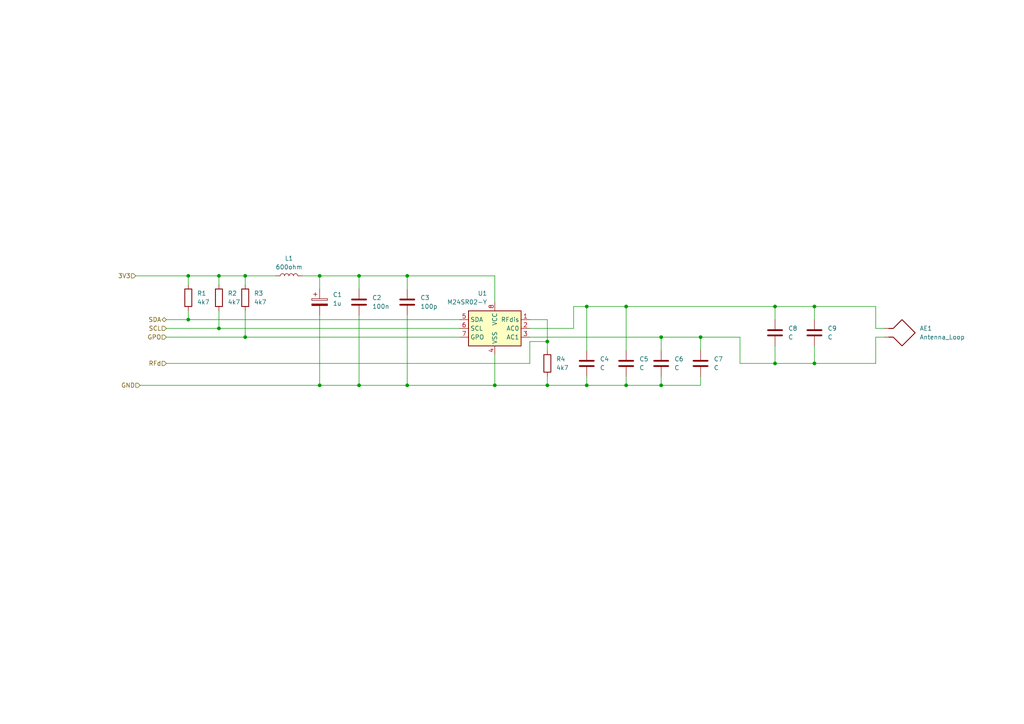
<source format=kicad_sch>
(kicad_sch
	(version 20231120)
	(generator "eeschema")
	(generator_version "8.0")
	(uuid "3855757a-c916-4c36-bab1-55b739e3e51d")
	(paper "A4")
	(lib_symbols
		(symbol "Device:Antenna_Loop"
			(pin_numbers hide)
			(pin_names
				(offset 1.016) hide)
			(exclude_from_sim no)
			(in_bom yes)
			(on_board yes)
			(property "Reference" "AE"
				(at 1.27 6.35 0)
				(effects
					(font
						(size 1.27 1.27)
					)
				)
			)
			(property "Value" "Antenna_Loop"
				(at 1.27 5.08 0)
				(effects
					(font
						(size 1.27 1.27)
					)
				)
			)
			(property "Footprint" ""
				(at 0 0 0)
				(effects
					(font
						(size 1.27 1.27)
					)
					(hide yes)
				)
			)
			(property "Datasheet" "~"
				(at 0 0 0)
				(effects
					(font
						(size 1.27 1.27)
					)
					(hide yes)
				)
			)
			(property "Description" "Loop antenna"
				(at 0 0 0)
				(effects
					(font
						(size 1.27 1.27)
					)
					(hide yes)
				)
			)
			(property "ki_keywords" "loop antenna"
				(at 0 0 0)
				(effects
					(font
						(size 1.27 1.27)
					)
					(hide yes)
				)
			)
			(symbol "Antenna_Loop_0_1"
				(polyline
					(pts
						(xy 2.54 -3.81) (xy 2.54 -2.54) (xy 5.08 0) (xy 1.27 3.81) (xy -2.54 0) (xy 0 -2.54) (xy 0 -3.81)
					)
					(stroke
						(width 0.254)
						(type default)
					)
					(fill
						(type none)
					)
				)
			)
			(symbol "Antenna_Loop_1_1"
				(pin input line
					(at 0 -5.08 90)
					(length 2.54)
					(name "~"
						(effects
							(font
								(size 1.27 1.27)
							)
						)
					)
					(number "1"
						(effects
							(font
								(size 1.27 1.27)
							)
						)
					)
				)
				(pin input line
					(at 2.54 -5.08 90)
					(length 2.54)
					(name "~"
						(effects
							(font
								(size 1.27 1.27)
							)
						)
					)
					(number "2"
						(effects
							(font
								(size 1.27 1.27)
							)
						)
					)
				)
			)
		)
		(symbol "Device:C"
			(pin_numbers hide)
			(pin_names
				(offset 0.254)
			)
			(exclude_from_sim no)
			(in_bom yes)
			(on_board yes)
			(property "Reference" "C"
				(at 0.635 2.54 0)
				(effects
					(font
						(size 1.27 1.27)
					)
					(justify left)
				)
			)
			(property "Value" "C"
				(at 0.635 -2.54 0)
				(effects
					(font
						(size 1.27 1.27)
					)
					(justify left)
				)
			)
			(property "Footprint" ""
				(at 0.9652 -3.81 0)
				(effects
					(font
						(size 1.27 1.27)
					)
					(hide yes)
				)
			)
			(property "Datasheet" "~"
				(at 0 0 0)
				(effects
					(font
						(size 1.27 1.27)
					)
					(hide yes)
				)
			)
			(property "Description" "Unpolarized capacitor"
				(at 0 0 0)
				(effects
					(font
						(size 1.27 1.27)
					)
					(hide yes)
				)
			)
			(property "ki_keywords" "cap capacitor"
				(at 0 0 0)
				(effects
					(font
						(size 1.27 1.27)
					)
					(hide yes)
				)
			)
			(property "ki_fp_filters" "C_*"
				(at 0 0 0)
				(effects
					(font
						(size 1.27 1.27)
					)
					(hide yes)
				)
			)
			(symbol "C_0_1"
				(polyline
					(pts
						(xy -2.032 -0.762) (xy 2.032 -0.762)
					)
					(stroke
						(width 0.508)
						(type default)
					)
					(fill
						(type none)
					)
				)
				(polyline
					(pts
						(xy -2.032 0.762) (xy 2.032 0.762)
					)
					(stroke
						(width 0.508)
						(type default)
					)
					(fill
						(type none)
					)
				)
			)
			(symbol "C_1_1"
				(pin passive line
					(at 0 3.81 270)
					(length 2.794)
					(name "~"
						(effects
							(font
								(size 1.27 1.27)
							)
						)
					)
					(number "1"
						(effects
							(font
								(size 1.27 1.27)
							)
						)
					)
				)
				(pin passive line
					(at 0 -3.81 90)
					(length 2.794)
					(name "~"
						(effects
							(font
								(size 1.27 1.27)
							)
						)
					)
					(number "2"
						(effects
							(font
								(size 1.27 1.27)
							)
						)
					)
				)
			)
		)
		(symbol "Device:C_Polarized"
			(pin_numbers hide)
			(pin_names
				(offset 0.254)
			)
			(exclude_from_sim no)
			(in_bom yes)
			(on_board yes)
			(property "Reference" "C"
				(at 0.635 2.54 0)
				(effects
					(font
						(size 1.27 1.27)
					)
					(justify left)
				)
			)
			(property "Value" "C_Polarized"
				(at 0.635 -2.54 0)
				(effects
					(font
						(size 1.27 1.27)
					)
					(justify left)
				)
			)
			(property "Footprint" ""
				(at 0.9652 -3.81 0)
				(effects
					(font
						(size 1.27 1.27)
					)
					(hide yes)
				)
			)
			(property "Datasheet" "~"
				(at 0 0 0)
				(effects
					(font
						(size 1.27 1.27)
					)
					(hide yes)
				)
			)
			(property "Description" "Polarized capacitor"
				(at 0 0 0)
				(effects
					(font
						(size 1.27 1.27)
					)
					(hide yes)
				)
			)
			(property "ki_keywords" "cap capacitor"
				(at 0 0 0)
				(effects
					(font
						(size 1.27 1.27)
					)
					(hide yes)
				)
			)
			(property "ki_fp_filters" "CP_*"
				(at 0 0 0)
				(effects
					(font
						(size 1.27 1.27)
					)
					(hide yes)
				)
			)
			(symbol "C_Polarized_0_1"
				(rectangle
					(start -2.286 0.508)
					(end 2.286 1.016)
					(stroke
						(width 0)
						(type default)
					)
					(fill
						(type none)
					)
				)
				(polyline
					(pts
						(xy -1.778 2.286) (xy -0.762 2.286)
					)
					(stroke
						(width 0)
						(type default)
					)
					(fill
						(type none)
					)
				)
				(polyline
					(pts
						(xy -1.27 2.794) (xy -1.27 1.778)
					)
					(stroke
						(width 0)
						(type default)
					)
					(fill
						(type none)
					)
				)
				(rectangle
					(start 2.286 -0.508)
					(end -2.286 -1.016)
					(stroke
						(width 0)
						(type default)
					)
					(fill
						(type outline)
					)
				)
			)
			(symbol "C_Polarized_1_1"
				(pin passive line
					(at 0 3.81 270)
					(length 2.794)
					(name "~"
						(effects
							(font
								(size 1.27 1.27)
							)
						)
					)
					(number "1"
						(effects
							(font
								(size 1.27 1.27)
							)
						)
					)
				)
				(pin passive line
					(at 0 -3.81 90)
					(length 2.794)
					(name "~"
						(effects
							(font
								(size 1.27 1.27)
							)
						)
					)
					(number "2"
						(effects
							(font
								(size 1.27 1.27)
							)
						)
					)
				)
			)
		)
		(symbol "Device:L"
			(pin_numbers hide)
			(pin_names
				(offset 1.016) hide)
			(exclude_from_sim no)
			(in_bom yes)
			(on_board yes)
			(property "Reference" "L"
				(at -1.27 0 90)
				(effects
					(font
						(size 1.27 1.27)
					)
				)
			)
			(property "Value" "L"
				(at 1.905 0 90)
				(effects
					(font
						(size 1.27 1.27)
					)
				)
			)
			(property "Footprint" ""
				(at 0 0 0)
				(effects
					(font
						(size 1.27 1.27)
					)
					(hide yes)
				)
			)
			(property "Datasheet" "~"
				(at 0 0 0)
				(effects
					(font
						(size 1.27 1.27)
					)
					(hide yes)
				)
			)
			(property "Description" "Inductor"
				(at 0 0 0)
				(effects
					(font
						(size 1.27 1.27)
					)
					(hide yes)
				)
			)
			(property "ki_keywords" "inductor choke coil reactor magnetic"
				(at 0 0 0)
				(effects
					(font
						(size 1.27 1.27)
					)
					(hide yes)
				)
			)
			(property "ki_fp_filters" "Choke_* *Coil* Inductor_* L_*"
				(at 0 0 0)
				(effects
					(font
						(size 1.27 1.27)
					)
					(hide yes)
				)
			)
			(symbol "L_0_1"
				(arc
					(start 0 -2.54)
					(mid 0.6323 -1.905)
					(end 0 -1.27)
					(stroke
						(width 0)
						(type default)
					)
					(fill
						(type none)
					)
				)
				(arc
					(start 0 -1.27)
					(mid 0.6323 -0.635)
					(end 0 0)
					(stroke
						(width 0)
						(type default)
					)
					(fill
						(type none)
					)
				)
				(arc
					(start 0 0)
					(mid 0.6323 0.635)
					(end 0 1.27)
					(stroke
						(width 0)
						(type default)
					)
					(fill
						(type none)
					)
				)
				(arc
					(start 0 1.27)
					(mid 0.6323 1.905)
					(end 0 2.54)
					(stroke
						(width 0)
						(type default)
					)
					(fill
						(type none)
					)
				)
			)
			(symbol "L_1_1"
				(pin passive line
					(at 0 3.81 270)
					(length 1.27)
					(name "1"
						(effects
							(font
								(size 1.27 1.27)
							)
						)
					)
					(number "1"
						(effects
							(font
								(size 1.27 1.27)
							)
						)
					)
				)
				(pin passive line
					(at 0 -3.81 90)
					(length 1.27)
					(name "2"
						(effects
							(font
								(size 1.27 1.27)
							)
						)
					)
					(number "2"
						(effects
							(font
								(size 1.27 1.27)
							)
						)
					)
				)
			)
		)
		(symbol "Device:R"
			(pin_numbers hide)
			(pin_names
				(offset 0)
			)
			(exclude_from_sim no)
			(in_bom yes)
			(on_board yes)
			(property "Reference" "R"
				(at 2.032 0 90)
				(effects
					(font
						(size 1.27 1.27)
					)
				)
			)
			(property "Value" "R"
				(at 0 0 90)
				(effects
					(font
						(size 1.27 1.27)
					)
				)
			)
			(property "Footprint" ""
				(at -1.778 0 90)
				(effects
					(font
						(size 1.27 1.27)
					)
					(hide yes)
				)
			)
			(property "Datasheet" "~"
				(at 0 0 0)
				(effects
					(font
						(size 1.27 1.27)
					)
					(hide yes)
				)
			)
			(property "Description" "Resistor"
				(at 0 0 0)
				(effects
					(font
						(size 1.27 1.27)
					)
					(hide yes)
				)
			)
			(property "ki_keywords" "R res resistor"
				(at 0 0 0)
				(effects
					(font
						(size 1.27 1.27)
					)
					(hide yes)
				)
			)
			(property "ki_fp_filters" "R_*"
				(at 0 0 0)
				(effects
					(font
						(size 1.27 1.27)
					)
					(hide yes)
				)
			)
			(symbol "R_0_1"
				(rectangle
					(start -1.016 -2.54)
					(end 1.016 2.54)
					(stroke
						(width 0.254)
						(type default)
					)
					(fill
						(type none)
					)
				)
			)
			(symbol "R_1_1"
				(pin passive line
					(at 0 3.81 270)
					(length 1.27)
					(name "~"
						(effects
							(font
								(size 1.27 1.27)
							)
						)
					)
					(number "1"
						(effects
							(font
								(size 1.27 1.27)
							)
						)
					)
				)
				(pin passive line
					(at 0 -3.81 90)
					(length 1.27)
					(name "~"
						(effects
							(font
								(size 1.27 1.27)
							)
						)
					)
					(number "2"
						(effects
							(font
								(size 1.27 1.27)
							)
						)
					)
				)
			)
		)
		(symbol "M24SR:M24SR02-Y"
			(exclude_from_sim no)
			(in_bom yes)
			(on_board yes)
			(property "Reference" "U"
				(at -6.35 6.35 0)
				(effects
					(font
						(size 1.27 1.27)
					)
				)
			)
			(property "Value" "M24SR02-Y"
				(at 7.62 6.35 0)
				(effects
					(font
						(size 1.27 1.27)
					)
				)
			)
			(property "Footprint" "Package_SO:SOIC-8_3.9x4.9mm_P1.27mm"
				(at 0 8.89 0)
				(effects
					(font
						(size 1.27 1.27)
					)
					(hide yes)
				)
			)
			(property "Datasheet" "https://www.st.com/resource/en/datasheet/m24sr02-y.pdf"
				(at 1.27 -12.7 0)
				(effects
					(font
						(size 1.27 1.27)
					)
					(hide yes)
				)
			)
			(property "Description" "Dynamic NFC/RFID tag IC with 2-Kbit EEPROM, NFC Forum Type 4 Tag and I2C interface"
				(at 0 0 0)
				(effects
					(font
						(size 1.27 1.27)
					)
					(hide yes)
				)
			)
			(property "ki_keywords" "Dynamic NFC/RFID"
				(at 0 0 0)
				(effects
					(font
						(size 1.27 1.27)
					)
					(hide yes)
				)
			)
			(property "ki_fp_filters" "SOIC*3.9x4.9mm*P1.27mm*"
				(at 0 0 0)
				(effects
					(font
						(size 1.27 1.27)
					)
					(hide yes)
				)
			)
			(symbol "M24SR02-Y_0_1"
				(rectangle
					(start -7.62 5.08)
					(end 7.62 -5.08)
					(stroke
						(width 0.254)
						(type default)
					)
					(fill
						(type background)
					)
				)
			)
			(symbol "M24SR02-Y_1_1"
				(pin input line
					(at -10.16 2.54 0)
					(length 2.54)
					(name "RFdis"
						(effects
							(font
								(size 1.27 1.27)
							)
						)
					)
					(number "1"
						(effects
							(font
								(size 1.27 1.27)
							)
						)
					)
				)
				(pin input line
					(at -10.16 0 0)
					(length 2.54)
					(name "AC0"
						(effects
							(font
								(size 1.27 1.27)
							)
						)
					)
					(number "2"
						(effects
							(font
								(size 1.27 1.27)
							)
						)
					)
				)
				(pin input line
					(at -10.16 -2.54 0)
					(length 2.54)
					(name "AC1"
						(effects
							(font
								(size 1.27 1.27)
							)
						)
					)
					(number "3"
						(effects
							(font
								(size 1.27 1.27)
							)
						)
					)
				)
				(pin power_in line
					(at 0 -7.62 90)
					(length 2.54)
					(name "VSS"
						(effects
							(font
								(size 1.27 1.27)
							)
						)
					)
					(number "4"
						(effects
							(font
								(size 1.27 1.27)
							)
						)
					)
				)
				(pin bidirectional line
					(at 10.16 2.54 180)
					(length 2.54)
					(name "SDA"
						(effects
							(font
								(size 1.27 1.27)
							)
						)
					)
					(number "5"
						(effects
							(font
								(size 1.27 1.27)
							)
						)
					)
				)
				(pin input line
					(at 10.16 0 180)
					(length 2.54)
					(name "SCL"
						(effects
							(font
								(size 1.27 1.27)
							)
						)
					)
					(number "6"
						(effects
							(font
								(size 1.27 1.27)
							)
						)
					)
				)
				(pin input line
					(at 10.16 -2.54 180)
					(length 2.54)
					(name "GPO"
						(effects
							(font
								(size 1.27 1.27)
							)
						)
					)
					(number "7"
						(effects
							(font
								(size 1.27 1.27)
							)
						)
					)
				)
				(pin power_in line
					(at 0 7.62 270)
					(length 2.54)
					(name "VCC"
						(effects
							(font
								(size 1.27 1.27)
							)
						)
					)
					(number "8"
						(effects
							(font
								(size 1.27 1.27)
							)
						)
					)
				)
			)
		)
	)
	(junction
		(at 158.75 111.76)
		(diameter 0)
		(color 0 0 0 0)
		(uuid "1ce3c4b8-b8b7-45b3-be2c-62b817fa04f1")
	)
	(junction
		(at 104.14 111.76)
		(diameter 0)
		(color 0 0 0 0)
		(uuid "1ffc14dc-8564-4678-938b-bd7292ecc030")
	)
	(junction
		(at 54.61 92.71)
		(diameter 0)
		(color 0 0 0 0)
		(uuid "24a3dae4-3567-496b-a673-901f0722af9a")
	)
	(junction
		(at 63.5 95.25)
		(diameter 0)
		(color 0 0 0 0)
		(uuid "2b3d3f95-1ff1-4786-8ab0-0776b56e7283")
	)
	(junction
		(at 224.79 88.9)
		(diameter 0)
		(color 0 0 0 0)
		(uuid "2bb39cd7-a96a-4c2a-8a42-702f55aa2a97")
	)
	(junction
		(at 143.51 111.76)
		(diameter 0)
		(color 0 0 0 0)
		(uuid "6950eb0c-2716-4bbe-9efb-2cfb1644dc73")
	)
	(junction
		(at 118.11 80.01)
		(diameter 0)
		(color 0 0 0 0)
		(uuid "756ca52a-591f-4a02-a9c6-43936ea9924c")
	)
	(junction
		(at 170.18 111.76)
		(diameter 0)
		(color 0 0 0 0)
		(uuid "76a3f1ad-4bb8-4dd9-8c76-037de61f5067")
	)
	(junction
		(at 92.71 80.01)
		(diameter 0)
		(color 0 0 0 0)
		(uuid "8405079e-f979-4dee-bca4-032c16b0eee7")
	)
	(junction
		(at 118.11 111.76)
		(diameter 0)
		(color 0 0 0 0)
		(uuid "867a3d8d-897a-4511-8356-5e243ef6340e")
	)
	(junction
		(at 181.61 111.76)
		(diameter 0)
		(color 0 0 0 0)
		(uuid "88f0a68c-a6d9-4e92-b031-37bcdf53aabb")
	)
	(junction
		(at 203.2 97.79)
		(diameter 0)
		(color 0 0 0 0)
		(uuid "9785597b-4fb5-4d37-a565-dda30f4380e0")
	)
	(junction
		(at 104.14 80.01)
		(diameter 0)
		(color 0 0 0 0)
		(uuid "99655441-0e3f-4dbe-b16d-bfabf6b2a422")
	)
	(junction
		(at 71.12 80.01)
		(diameter 0)
		(color 0 0 0 0)
		(uuid "99c28faf-4c52-4404-8ffb-84ed63807c57")
	)
	(junction
		(at 170.18 88.9)
		(diameter 0)
		(color 0 0 0 0)
		(uuid "9b429da8-abea-48b9-ba61-6216c92de8ee")
	)
	(junction
		(at 158.75 99.06)
		(diameter 0)
		(color 0 0 0 0)
		(uuid "9f296799-c30e-495f-b288-834503e0c500")
	)
	(junction
		(at 191.77 111.76)
		(diameter 0)
		(color 0 0 0 0)
		(uuid "b7e83665-5d81-4198-904c-3ee55cd34ec0")
	)
	(junction
		(at 191.77 97.79)
		(diameter 0)
		(color 0 0 0 0)
		(uuid "baecdd14-6e4a-4a78-9abe-0462e6cc3380")
	)
	(junction
		(at 54.61 80.01)
		(diameter 0)
		(color 0 0 0 0)
		(uuid "c3e713cd-9b81-4926-9642-c04b80b247b6")
	)
	(junction
		(at 92.71 111.76)
		(diameter 0)
		(color 0 0 0 0)
		(uuid "d8320400-3e1c-400d-9d77-937e50e7e9b7")
	)
	(junction
		(at 236.22 105.41)
		(diameter 0)
		(color 0 0 0 0)
		(uuid "dc4114b3-33aa-4e17-92d3-2adfad95c8a8")
	)
	(junction
		(at 63.5 80.01)
		(diameter 0)
		(color 0 0 0 0)
		(uuid "e62e9f13-c947-410f-87a2-da796b52cb56")
	)
	(junction
		(at 224.79 105.41)
		(diameter 0)
		(color 0 0 0 0)
		(uuid "e70139c3-cce1-472a-bdc9-96ce38c83f97")
	)
	(junction
		(at 71.12 97.79)
		(diameter 0)
		(color 0 0 0 0)
		(uuid "eb97fb8f-c75e-42b1-a9dc-5264a0b25e94")
	)
	(junction
		(at 236.22 88.9)
		(diameter 0)
		(color 0 0 0 0)
		(uuid "f8c61fb7-b538-4f1d-b5c2-69b468531549")
	)
	(junction
		(at 181.61 88.9)
		(diameter 0)
		(color 0 0 0 0)
		(uuid "f9c41427-0242-4b59-984c-9fc3d2fd472a")
	)
	(wire
		(pts
			(xy 191.77 111.76) (xy 191.77 109.22)
		)
		(stroke
			(width 0)
			(type default)
		)
		(uuid "09aa9805-0ed3-46ba-9be5-c8468a90c4fd")
	)
	(wire
		(pts
			(xy 143.51 111.76) (xy 143.51 102.87)
		)
		(stroke
			(width 0)
			(type default)
		)
		(uuid "09b5a53e-5ede-413f-b090-abb4eba3b60c")
	)
	(wire
		(pts
			(xy 54.61 80.01) (xy 54.61 82.55)
		)
		(stroke
			(width 0)
			(type default)
		)
		(uuid "09c5aa5f-f97f-4a59-a45b-094557d5f9bb")
	)
	(wire
		(pts
			(xy 236.22 100.33) (xy 236.22 105.41)
		)
		(stroke
			(width 0)
			(type default)
		)
		(uuid "0fc49d46-0a94-49a9-8406-ccc850237110")
	)
	(wire
		(pts
			(xy 63.5 80.01) (xy 63.5 82.55)
		)
		(stroke
			(width 0)
			(type default)
		)
		(uuid "16661476-7472-46e7-b080-6e874048da6c")
	)
	(wire
		(pts
			(xy 254 95.25) (xy 254 88.9)
		)
		(stroke
			(width 0)
			(type default)
		)
		(uuid "18aa27cd-92c4-4636-9163-039143bab720")
	)
	(wire
		(pts
			(xy 153.67 97.79) (xy 191.77 97.79)
		)
		(stroke
			(width 0)
			(type default)
		)
		(uuid "229743a6-327b-48f9-9d9b-c840fa45d822")
	)
	(wire
		(pts
			(xy 214.63 97.79) (xy 214.63 105.41)
		)
		(stroke
			(width 0)
			(type default)
		)
		(uuid "28be196a-5182-4818-8b3a-0f5d7d11adc0")
	)
	(wire
		(pts
			(xy 191.77 97.79) (xy 203.2 97.79)
		)
		(stroke
			(width 0)
			(type default)
		)
		(uuid "2a5aede7-37d7-43e7-baed-f1f1c7681111")
	)
	(wire
		(pts
			(xy 181.61 88.9) (xy 170.18 88.9)
		)
		(stroke
			(width 0)
			(type default)
		)
		(uuid "2c79c11b-f250-401a-94f8-8dd823f761eb")
	)
	(wire
		(pts
			(xy 158.75 109.22) (xy 158.75 111.76)
		)
		(stroke
			(width 0)
			(type default)
		)
		(uuid "2dfa1f25-7f4f-4b13-96be-e8470c5bcedc")
	)
	(wire
		(pts
			(xy 71.12 90.17) (xy 71.12 97.79)
		)
		(stroke
			(width 0)
			(type default)
		)
		(uuid "317f9339-2961-426e-821f-a169f14746ad")
	)
	(wire
		(pts
			(xy 118.11 80.01) (xy 143.51 80.01)
		)
		(stroke
			(width 0)
			(type default)
		)
		(uuid "3337a4c4-eb1d-4eb7-a46f-0468b7424287")
	)
	(wire
		(pts
			(xy 214.63 105.41) (xy 224.79 105.41)
		)
		(stroke
			(width 0)
			(type default)
		)
		(uuid "37906644-2570-43b7-ac6f-03ae305bac5b")
	)
	(wire
		(pts
			(xy 166.37 88.9) (xy 170.18 88.9)
		)
		(stroke
			(width 0)
			(type default)
		)
		(uuid "3be40c59-a8ad-4e3f-aabf-28cf7ede0ad1")
	)
	(wire
		(pts
			(xy 118.11 80.01) (xy 118.11 83.82)
		)
		(stroke
			(width 0)
			(type default)
		)
		(uuid "3fa07639-79db-480d-b7eb-4275594a6fc2")
	)
	(wire
		(pts
			(xy 143.51 111.76) (xy 158.75 111.76)
		)
		(stroke
			(width 0)
			(type default)
		)
		(uuid "4833fc1c-058c-4781-9f58-9ed52bbcdafc")
	)
	(wire
		(pts
			(xy 158.75 99.06) (xy 158.75 101.6)
		)
		(stroke
			(width 0)
			(type default)
		)
		(uuid "4b30a4d1-2a1e-4668-b835-e4b81afcaefe")
	)
	(wire
		(pts
			(xy 181.61 111.76) (xy 181.61 109.22)
		)
		(stroke
			(width 0)
			(type default)
		)
		(uuid "515a03e4-0c52-4d26-8d37-5fc810139ccd")
	)
	(wire
		(pts
			(xy 203.2 111.76) (xy 203.2 109.22)
		)
		(stroke
			(width 0)
			(type default)
		)
		(uuid "52faf9a8-40dd-4bb4-88b6-bef03c3787b4")
	)
	(wire
		(pts
			(xy 203.2 97.79) (xy 214.63 97.79)
		)
		(stroke
			(width 0)
			(type default)
		)
		(uuid "54497e69-a8bd-4093-ac52-5016606ca126")
	)
	(wire
		(pts
			(xy 170.18 109.22) (xy 170.18 111.76)
		)
		(stroke
			(width 0)
			(type default)
		)
		(uuid "55418fbd-687d-467b-af78-564119981a76")
	)
	(wire
		(pts
			(xy 39.37 80.01) (xy 54.61 80.01)
		)
		(stroke
			(width 0)
			(type default)
		)
		(uuid "5ba033f2-bcc4-46b7-9fe0-e13b512ba8de")
	)
	(wire
		(pts
			(xy 236.22 88.9) (xy 236.22 92.71)
		)
		(stroke
			(width 0)
			(type default)
		)
		(uuid "5ba05a9c-504f-4622-b011-7fb5559a9582")
	)
	(wire
		(pts
			(xy 48.26 95.25) (xy 63.5 95.25)
		)
		(stroke
			(width 0)
			(type default)
		)
		(uuid "62822e1f-c433-44f9-b03a-0d1a9cdacb92")
	)
	(wire
		(pts
			(xy 158.75 92.71) (xy 158.75 99.06)
		)
		(stroke
			(width 0)
			(type default)
		)
		(uuid "6bd1f5a9-e6d2-4b25-847a-ccbdad61d039")
	)
	(wire
		(pts
			(xy 104.14 80.01) (xy 118.11 80.01)
		)
		(stroke
			(width 0)
			(type default)
		)
		(uuid "6f47515e-3118-4ca1-84ae-967da077b784")
	)
	(wire
		(pts
			(xy 92.71 91.44) (xy 92.71 111.76)
		)
		(stroke
			(width 0)
			(type default)
		)
		(uuid "74ffca56-3833-4e8d-ada2-a4d2716041b3")
	)
	(wire
		(pts
			(xy 170.18 88.9) (xy 170.18 101.6)
		)
		(stroke
			(width 0)
			(type default)
		)
		(uuid "76b1fc15-064a-4fcf-9e3a-1ebde752cb43")
	)
	(wire
		(pts
			(xy 54.61 92.71) (xy 133.35 92.71)
		)
		(stroke
			(width 0)
			(type default)
		)
		(uuid "779fd672-f5a1-4cf9-af41-7516ccc73bea")
	)
	(wire
		(pts
			(xy 181.61 111.76) (xy 191.77 111.76)
		)
		(stroke
			(width 0)
			(type default)
		)
		(uuid "78566937-7e55-43c0-9cea-5633f31a6170")
	)
	(wire
		(pts
			(xy 191.77 111.76) (xy 203.2 111.76)
		)
		(stroke
			(width 0)
			(type default)
		)
		(uuid "79625669-22f1-446f-9a97-3585cf718f60")
	)
	(wire
		(pts
			(xy 181.61 88.9) (xy 181.61 101.6)
		)
		(stroke
			(width 0)
			(type default)
		)
		(uuid "79a23459-aa6e-4258-96ea-296437599d33")
	)
	(wire
		(pts
			(xy 92.71 111.76) (xy 104.14 111.76)
		)
		(stroke
			(width 0)
			(type default)
		)
		(uuid "7c0099f5-939c-41bb-99f7-9ea969b4836a")
	)
	(wire
		(pts
			(xy 153.67 95.25) (xy 166.37 95.25)
		)
		(stroke
			(width 0)
			(type default)
		)
		(uuid "7cc7fc44-013b-4811-8dfb-7eba28135411")
	)
	(wire
		(pts
			(xy 254 105.41) (xy 254 97.79)
		)
		(stroke
			(width 0)
			(type default)
		)
		(uuid "7d90d7ae-114b-4dc5-ace0-70d5dcbcfb63")
	)
	(wire
		(pts
			(xy 87.63 80.01) (xy 92.71 80.01)
		)
		(stroke
			(width 0)
			(type default)
		)
		(uuid "826e75b1-71db-48c0-bbe9-7073d06f3e4f")
	)
	(wire
		(pts
			(xy 63.5 90.17) (xy 63.5 95.25)
		)
		(stroke
			(width 0)
			(type default)
		)
		(uuid "84bd8faa-f4da-4be4-bc72-ced7026376be")
	)
	(wire
		(pts
			(xy 104.14 80.01) (xy 104.14 83.82)
		)
		(stroke
			(width 0)
			(type default)
		)
		(uuid "88d9f3c4-1523-421c-82d5-32149c0e9aa1")
	)
	(wire
		(pts
			(xy 153.67 105.41) (xy 48.26 105.41)
		)
		(stroke
			(width 0)
			(type default)
		)
		(uuid "8efa2e1c-5bff-4ea5-982d-0783e85baedc")
	)
	(wire
		(pts
			(xy 104.14 111.76) (xy 118.11 111.76)
		)
		(stroke
			(width 0)
			(type default)
		)
		(uuid "8fabffb0-067a-42b8-8e29-2f3eeba0deda")
	)
	(wire
		(pts
			(xy 203.2 97.79) (xy 203.2 101.6)
		)
		(stroke
			(width 0)
			(type default)
		)
		(uuid "92e9f5f7-3f78-448e-b6fb-28750522c5b4")
	)
	(wire
		(pts
			(xy 71.12 82.55) (xy 71.12 80.01)
		)
		(stroke
			(width 0)
			(type default)
		)
		(uuid "9477c4bb-5485-4fa0-87c1-0c4f1282296b")
	)
	(wire
		(pts
			(xy 54.61 90.17) (xy 54.61 92.71)
		)
		(stroke
			(width 0)
			(type default)
		)
		(uuid "9845eaf0-1a0f-4550-bd7b-233dd40abaea")
	)
	(wire
		(pts
			(xy 71.12 97.79) (xy 133.35 97.79)
		)
		(stroke
			(width 0)
			(type default)
		)
		(uuid "9a5b80f5-3fec-4f53-9f4c-8378cddf38af")
	)
	(wire
		(pts
			(xy 63.5 95.25) (xy 133.35 95.25)
		)
		(stroke
			(width 0)
			(type default)
		)
		(uuid "9c50ec68-6009-4f50-8fed-3eaa1817b07f")
	)
	(wire
		(pts
			(xy 224.79 105.41) (xy 236.22 105.41)
		)
		(stroke
			(width 0)
			(type default)
		)
		(uuid "9ed8f6d2-5046-4207-ba3f-c9ec243e5914")
	)
	(wire
		(pts
			(xy 158.75 92.71) (xy 153.67 92.71)
		)
		(stroke
			(width 0)
			(type default)
		)
		(uuid "9fa3065c-1186-419f-825c-9a2b0a42a79b")
	)
	(wire
		(pts
			(xy 63.5 80.01) (xy 71.12 80.01)
		)
		(stroke
			(width 0)
			(type default)
		)
		(uuid "a341d252-5dbd-4d04-97d4-3df8c8050cb9")
	)
	(wire
		(pts
			(xy 54.61 80.01) (xy 63.5 80.01)
		)
		(stroke
			(width 0)
			(type default)
		)
		(uuid "ae81a2b5-10b2-42fb-8517-f811f32a6f2c")
	)
	(wire
		(pts
			(xy 254 97.79) (xy 256.54 97.79)
		)
		(stroke
			(width 0)
			(type default)
		)
		(uuid "b28d23fb-e4cd-48d5-b021-b4a3902700b0")
	)
	(wire
		(pts
			(xy 256.54 95.25) (xy 254 95.25)
		)
		(stroke
			(width 0)
			(type default)
		)
		(uuid "bc24179a-d4b0-4a2c-b24e-7de674aae3eb")
	)
	(wire
		(pts
			(xy 40.64 111.76) (xy 92.71 111.76)
		)
		(stroke
			(width 0)
			(type default)
		)
		(uuid "bf2af33b-1e37-45d4-a057-f08f9a276167")
	)
	(wire
		(pts
			(xy 236.22 105.41) (xy 254 105.41)
		)
		(stroke
			(width 0)
			(type default)
		)
		(uuid "c10a44ef-68d3-44aa-814f-86f7e7457189")
	)
	(wire
		(pts
			(xy 153.67 99.06) (xy 153.67 105.41)
		)
		(stroke
			(width 0)
			(type default)
		)
		(uuid "c565b8ef-f651-4623-90f0-0b6c9e0d1052")
	)
	(wire
		(pts
			(xy 118.11 111.76) (xy 143.51 111.76)
		)
		(stroke
			(width 0)
			(type default)
		)
		(uuid "c6b2065e-81ef-4bb4-b955-ac00933d6be2")
	)
	(wire
		(pts
			(xy 224.79 100.33) (xy 224.79 105.41)
		)
		(stroke
			(width 0)
			(type default)
		)
		(uuid "c747d728-4b30-43a0-88ec-e724cfc37e0c")
	)
	(wire
		(pts
			(xy 224.79 88.9) (xy 224.79 92.71)
		)
		(stroke
			(width 0)
			(type default)
		)
		(uuid "c8d56269-ca2c-4c18-af7e-1b49ffbc39a4")
	)
	(wire
		(pts
			(xy 166.37 95.25) (xy 166.37 88.9)
		)
		(stroke
			(width 0)
			(type default)
		)
		(uuid "cdc8b0af-10d1-44b8-848c-d80fdea14c1e")
	)
	(wire
		(pts
			(xy 118.11 91.44) (xy 118.11 111.76)
		)
		(stroke
			(width 0)
			(type default)
		)
		(uuid "ceb52b1d-0bb8-441d-818d-38a2e35b4108")
	)
	(wire
		(pts
			(xy 48.26 97.79) (xy 71.12 97.79)
		)
		(stroke
			(width 0)
			(type default)
		)
		(uuid "d12adc4c-9ec2-44d7-8aa8-3dc5ad5af3a1")
	)
	(wire
		(pts
			(xy 104.14 91.44) (xy 104.14 111.76)
		)
		(stroke
			(width 0)
			(type default)
		)
		(uuid "d181e1d4-8611-4920-8675-16c8dcba39ad")
	)
	(wire
		(pts
			(xy 236.22 88.9) (xy 224.79 88.9)
		)
		(stroke
			(width 0)
			(type default)
		)
		(uuid "d3233079-c90e-44bb-8694-db6e7ea621e5")
	)
	(wire
		(pts
			(xy 191.77 97.79) (xy 191.77 101.6)
		)
		(stroke
			(width 0)
			(type default)
		)
		(uuid "d379826d-a9c8-4ca0-8f67-09657faa6d48")
	)
	(wire
		(pts
			(xy 71.12 80.01) (xy 80.01 80.01)
		)
		(stroke
			(width 0)
			(type default)
		)
		(uuid "d7a4ffb1-524b-4ea1-b318-715c4b1a3ee6")
	)
	(wire
		(pts
			(xy 224.79 88.9) (xy 181.61 88.9)
		)
		(stroke
			(width 0)
			(type default)
		)
		(uuid "d7cf8d1e-4106-4798-972c-197313fdb052")
	)
	(wire
		(pts
			(xy 158.75 99.06) (xy 153.67 99.06)
		)
		(stroke
			(width 0)
			(type default)
		)
		(uuid "d9a35a57-9c3c-4ab2-a4ea-f819f803f359")
	)
	(wire
		(pts
			(xy 48.26 92.71) (xy 54.61 92.71)
		)
		(stroke
			(width 0)
			(type default)
		)
		(uuid "e2c7ccf0-9af0-4c74-8bef-adb26e115a8c")
	)
	(wire
		(pts
			(xy 254 88.9) (xy 236.22 88.9)
		)
		(stroke
			(width 0)
			(type default)
		)
		(uuid "e32767b6-4ac9-4b0d-aad3-6dc692079baf")
	)
	(wire
		(pts
			(xy 170.18 111.76) (xy 181.61 111.76)
		)
		(stroke
			(width 0)
			(type default)
		)
		(uuid "e7d5d28a-9c0b-44d6-bdc7-f52219fc1cb9")
	)
	(wire
		(pts
			(xy 92.71 80.01) (xy 92.71 83.82)
		)
		(stroke
			(width 0)
			(type default)
		)
		(uuid "f79eaa76-7e35-4ddc-aa63-0b119476178b")
	)
	(wire
		(pts
			(xy 158.75 111.76) (xy 170.18 111.76)
		)
		(stroke
			(width 0)
			(type default)
		)
		(uuid "f9ab388e-684a-49db-a24d-e40b4b4971a6")
	)
	(wire
		(pts
			(xy 92.71 80.01) (xy 104.14 80.01)
		)
		(stroke
			(width 0)
			(type default)
		)
		(uuid "fc1802a6-9857-4726-b0ca-76e9529424fa")
	)
	(wire
		(pts
			(xy 143.51 80.01) (xy 143.51 87.63)
		)
		(stroke
			(width 0)
			(type default)
		)
		(uuid "ff0cd71d-e9e4-4ade-96c9-622f7119d12b")
	)
	(hierarchical_label "GPO"
		(shape input)
		(at 48.26 97.79 180)
		(fields_autoplaced yes)
		(effects
			(font
				(size 1.27 1.27)
			)
			(justify right)
		)
		(uuid "10de5baf-f56b-4c61-b10f-5283462b9587")
	)
	(hierarchical_label "3V3"
		(shape input)
		(at 39.37 80.01 180)
		(fields_autoplaced yes)
		(effects
			(font
				(size 1.27 1.27)
			)
			(justify right)
		)
		(uuid "2d76b7a1-595a-4402-99aa-1b3ee3218646")
	)
	(hierarchical_label "RFd"
		(shape input)
		(at 48.26 105.41 180)
		(fields_autoplaced yes)
		(effects
			(font
				(size 1.27 1.27)
			)
			(justify right)
		)
		(uuid "41af3d38-bde1-4105-963b-9a5f0f223e11")
	)
	(hierarchical_label "SCL"
		(shape input)
		(at 48.26 95.25 180)
		(fields_autoplaced yes)
		(effects
			(font
				(size 1.27 1.27)
			)
			(justify right)
		)
		(uuid "6bd10e74-c3aa-4f2f-8081-639edd05db44")
	)
	(hierarchical_label "GND"
		(shape input)
		(at 40.64 111.76 180)
		(fields_autoplaced yes)
		(effects
			(font
				(size 1.27 1.27)
			)
			(justify right)
		)
		(uuid "7b6753c1-35c5-4964-9d09-a440afd225a7")
	)
	(hierarchical_label "SDA"
		(shape bidirectional)
		(at 48.26 92.71 180)
		(fields_autoplaced yes)
		(effects
			(font
				(size 1.27 1.27)
			)
			(justify right)
		)
		(uuid "c68b46f9-f107-4695-8b65-9539f0f0e642")
	)
	(symbol
		(lib_id "Device:R")
		(at 63.5 86.36 0)
		(unit 1)
		(exclude_from_sim no)
		(in_bom yes)
		(on_board yes)
		(dnp no)
		(fields_autoplaced yes)
		(uuid "00f3e04e-e1b3-4e29-8f4d-c90d88d5aad1")
		(property "Reference" "R2"
			(at 66.04 85.0899 0)
			(effects
				(font
					(size 1.27 1.27)
				)
				(justify left)
			)
		)
		(property "Value" "4k7"
			(at 66.04 87.6299 0)
			(effects
				(font
					(size 1.27 1.27)
				)
				(justify left)
			)
		)
		(property "Footprint" "Resistor_SMD:R_0603_1608Metric"
			(at 61.722 86.36 90)
			(effects
				(font
					(size 1.27 1.27)
				)
				(hide yes)
			)
		)
		(property "Datasheet" "~"
			(at 63.5 86.36 0)
			(effects
				(font
					(size 1.27 1.27)
				)
				(hide yes)
			)
		)
		(property "Description" "Resistor"
			(at 63.5 86.36 0)
			(effects
				(font
					(size 1.27 1.27)
				)
				(hide yes)
			)
		)
		(pin "1"
			(uuid "b6bc7609-a3eb-4093-bd26-c972c6c276cc")
		)
		(pin "2"
			(uuid "d5a4790f-63bb-49fc-82f3-873a29c80f0b")
		)
		(instances
			(project "eepromNFC"
				(path "/3855757a-c916-4c36-bab1-55b739e3e51d"
					(reference "R2")
					(unit 1)
				)
			)
		)
	)
	(symbol
		(lib_id "Device:C")
		(at 181.61 105.41 0)
		(unit 1)
		(exclude_from_sim no)
		(in_bom yes)
		(on_board yes)
		(dnp no)
		(fields_autoplaced yes)
		(uuid "01e4f753-9f18-4c34-94f5-64c8fe6a425e")
		(property "Reference" "C5"
			(at 185.42 104.1399 0)
			(effects
				(font
					(size 1.27 1.27)
				)
				(justify left)
			)
		)
		(property "Value" "C"
			(at 185.42 106.6799 0)
			(effects
				(font
					(size 1.27 1.27)
				)
				(justify left)
			)
		)
		(property "Footprint" "Capacitor_SMD:C_0603_1608Metric"
			(at 182.5752 109.22 0)
			(effects
				(font
					(size 1.27 1.27)
				)
				(hide yes)
			)
		)
		(property "Datasheet" "~"
			(at 181.61 105.41 0)
			(effects
				(font
					(size 1.27 1.27)
				)
				(hide yes)
			)
		)
		(property "Description" "Unpolarized capacitor"
			(at 181.61 105.41 0)
			(effects
				(font
					(size 1.27 1.27)
				)
				(hide yes)
			)
		)
		(pin "2"
			(uuid "67453a95-1e8b-48e5-91eb-3bdea6efd8b9")
		)
		(pin "1"
			(uuid "0b502aa2-5e13-46e9-bd0d-0390be06fd8b")
		)
		(instances
			(project "eepromNFC"
				(path "/3855757a-c916-4c36-bab1-55b739e3e51d"
					(reference "C5")
					(unit 1)
				)
			)
		)
	)
	(symbol
		(lib_id "M24SR:M24SR02-Y")
		(at 143.51 95.25 0)
		(mirror y)
		(unit 1)
		(exclude_from_sim no)
		(in_bom yes)
		(on_board yes)
		(dnp no)
		(uuid "0656df84-7351-41c8-a9c6-97fc919a4c7e")
		(property "Reference" "U1"
			(at 141.3159 85.09 0)
			(effects
				(font
					(size 1.27 1.27)
				)
				(justify left)
			)
		)
		(property "Value" "M24SR02-Y"
			(at 141.3159 87.63 0)
			(effects
				(font
					(size 1.27 1.27)
				)
				(justify left)
			)
		)
		(property "Footprint" "Package_SO:SOIC-8_3.9x4.9mm_P1.27mm"
			(at 143.51 86.36 0)
			(effects
				(font
					(size 1.27 1.27)
				)
				(hide yes)
			)
		)
		(property "Datasheet" "https://www.st.com/resource/en/datasheet/m24sr02-y.pdf"
			(at 142.24 107.95 0)
			(effects
				(font
					(size 1.27 1.27)
				)
				(hide yes)
			)
		)
		(property "Description" "Dynamic NFC/RFID tag IC with 2-Kbit EEPROM, NFC Forum Type 4 Tag and I2C interface"
			(at 143.51 95.25 0)
			(effects
				(font
					(size 1.27 1.27)
				)
				(hide yes)
			)
		)
		(pin "7"
			(uuid "f205293e-1170-435e-97b7-9d22cd0a8a46")
		)
		(pin "2"
			(uuid "b8756193-5ba9-4bfc-bf30-36f371f20f8c")
		)
		(pin "4"
			(uuid "0e75f7ca-2d1b-4294-b82c-479e869bab5c")
		)
		(pin "3"
			(uuid "554a7ca6-df12-4f5b-83ef-4ff7a4a90b6d")
		)
		(pin "8"
			(uuid "bc24d13c-042c-4f27-8851-01c86a62ea3b")
		)
		(pin "1"
			(uuid "d3c549ba-36f2-4400-820b-b27f49ead35a")
		)
		(pin "6"
			(uuid "cb61a00b-997f-4850-a4b7-53e9a6943aee")
		)
		(pin "5"
			(uuid "aa75d132-8d08-4316-b560-21992605de5b")
		)
		(instances
			(project ""
				(path "/3855757a-c916-4c36-bab1-55b739e3e51d"
					(reference "U1")
					(unit 1)
				)
			)
		)
	)
	(symbol
		(lib_id "Device:C_Polarized")
		(at 92.71 87.63 0)
		(unit 1)
		(exclude_from_sim no)
		(in_bom yes)
		(on_board yes)
		(dnp no)
		(fields_autoplaced yes)
		(uuid "0de63f1e-03e4-4cee-b2a3-6744e3c36c30")
		(property "Reference" "C1"
			(at 96.52 85.4709 0)
			(effects
				(font
					(size 1.27 1.27)
				)
				(justify left)
			)
		)
		(property "Value" "1u"
			(at 96.52 88.0109 0)
			(effects
				(font
					(size 1.27 1.27)
				)
				(justify left)
			)
		)
		(property "Footprint" "Capacitor_Tantalum_SMD:CP_EIA-3216-18_Kemet-A"
			(at 93.6752 91.44 0)
			(effects
				(font
					(size 1.27 1.27)
				)
				(hide yes)
			)
		)
		(property "Datasheet" "~"
			(at 92.71 87.63 0)
			(effects
				(font
					(size 1.27 1.27)
				)
				(hide yes)
			)
		)
		(property "Description" "Polarized capacitor"
			(at 92.71 87.63 0)
			(effects
				(font
					(size 1.27 1.27)
				)
				(hide yes)
			)
		)
		(pin "1"
			(uuid "89a487dd-4cea-4186-91f2-a03661a7aebd")
		)
		(pin "2"
			(uuid "7589bbf0-a99a-4ea5-b098-c627c40dc533")
		)
		(instances
			(project ""
				(path "/3855757a-c916-4c36-bab1-55b739e3e51d"
					(reference "C1")
					(unit 1)
				)
			)
		)
	)
	(symbol
		(lib_id "Device:R")
		(at 158.75 105.41 0)
		(unit 1)
		(exclude_from_sim no)
		(in_bom yes)
		(on_board yes)
		(dnp no)
		(fields_autoplaced yes)
		(uuid "1e6a8500-12a0-48c7-8394-f68ccc7a4f92")
		(property "Reference" "R4"
			(at 161.29 104.1399 0)
			(effects
				(font
					(size 1.27 1.27)
				)
				(justify left)
			)
		)
		(property "Value" "4k7"
			(at 161.29 106.6799 0)
			(effects
				(font
					(size 1.27 1.27)
				)
				(justify left)
			)
		)
		(property "Footprint" "Resistor_SMD:R_0603_1608Metric"
			(at 156.972 105.41 90)
			(effects
				(font
					(size 1.27 1.27)
				)
				(hide yes)
			)
		)
		(property "Datasheet" "~"
			(at 158.75 105.41 0)
			(effects
				(font
					(size 1.27 1.27)
				)
				(hide yes)
			)
		)
		(property "Description" "Resistor"
			(at 158.75 105.41 0)
			(effects
				(font
					(size 1.27 1.27)
				)
				(hide yes)
			)
		)
		(pin "1"
			(uuid "c67c7a9e-f066-424f-a9f9-354bc11a616a")
		)
		(pin "2"
			(uuid "5e302660-dfe3-4d18-87e0-3c9b613ec76d")
		)
		(instances
			(project "eepromNFC"
				(path "/3855757a-c916-4c36-bab1-55b739e3e51d"
					(reference "R4")
					(unit 1)
				)
			)
		)
	)
	(symbol
		(lib_id "Device:R")
		(at 54.61 86.36 0)
		(unit 1)
		(exclude_from_sim no)
		(in_bom yes)
		(on_board yes)
		(dnp no)
		(fields_autoplaced yes)
		(uuid "44eddf59-4555-470b-ad8e-586a5c788377")
		(property "Reference" "R1"
			(at 57.15 85.0899 0)
			(effects
				(font
					(size 1.27 1.27)
				)
				(justify left)
			)
		)
		(property "Value" "4k7"
			(at 57.15 87.6299 0)
			(effects
				(font
					(size 1.27 1.27)
				)
				(justify left)
			)
		)
		(property "Footprint" "Resistor_SMD:R_0603_1608Metric"
			(at 52.832 86.36 90)
			(effects
				(font
					(size 1.27 1.27)
				)
				(hide yes)
			)
		)
		(property "Datasheet" "~"
			(at 54.61 86.36 0)
			(effects
				(font
					(size 1.27 1.27)
				)
				(hide yes)
			)
		)
		(property "Description" "Resistor"
			(at 54.61 86.36 0)
			(effects
				(font
					(size 1.27 1.27)
				)
				(hide yes)
			)
		)
		(pin "1"
			(uuid "80a348fb-e4dd-479f-873d-019d6c7b927b")
		)
		(pin "2"
			(uuid "aefa6be5-7b1a-4257-a7cf-5a126f56a540")
		)
		(instances
			(project ""
				(path "/3855757a-c916-4c36-bab1-55b739e3e51d"
					(reference "R1")
					(unit 1)
				)
			)
		)
	)
	(symbol
		(lib_id "Device:R")
		(at 71.12 86.36 0)
		(unit 1)
		(exclude_from_sim no)
		(in_bom yes)
		(on_board yes)
		(dnp no)
		(fields_autoplaced yes)
		(uuid "509e4ceb-f3d8-41af-818e-605ed072327a")
		(property "Reference" "R3"
			(at 73.66 85.0899 0)
			(effects
				(font
					(size 1.27 1.27)
				)
				(justify left)
			)
		)
		(property "Value" "4k7"
			(at 73.66 87.6299 0)
			(effects
				(font
					(size 1.27 1.27)
				)
				(justify left)
			)
		)
		(property "Footprint" "Resistor_SMD:R_0603_1608Metric"
			(at 69.342 86.36 90)
			(effects
				(font
					(size 1.27 1.27)
				)
				(hide yes)
			)
		)
		(property "Datasheet" "~"
			(at 71.12 86.36 0)
			(effects
				(font
					(size 1.27 1.27)
				)
				(hide yes)
			)
		)
		(property "Description" "Resistor"
			(at 71.12 86.36 0)
			(effects
				(font
					(size 1.27 1.27)
				)
				(hide yes)
			)
		)
		(pin "1"
			(uuid "21871957-8226-4faa-997b-162aa6be4aeb")
		)
		(pin "2"
			(uuid "a37520a6-ef53-41bd-96e1-205b864520ee")
		)
		(instances
			(project "eepromNFC"
				(path "/3855757a-c916-4c36-bab1-55b739e3e51d"
					(reference "R3")
					(unit 1)
				)
			)
		)
	)
	(symbol
		(lib_id "Device:C")
		(at 191.77 105.41 0)
		(unit 1)
		(exclude_from_sim no)
		(in_bom yes)
		(on_board yes)
		(dnp no)
		(fields_autoplaced yes)
		(uuid "6ee57790-c6bb-419e-a092-fd18c6597c73")
		(property "Reference" "C6"
			(at 195.58 104.1399 0)
			(effects
				(font
					(size 1.27 1.27)
				)
				(justify left)
			)
		)
		(property "Value" "C"
			(at 195.58 106.6799 0)
			(effects
				(font
					(size 1.27 1.27)
				)
				(justify left)
			)
		)
		(property "Footprint" "Capacitor_SMD:C_0603_1608Metric"
			(at 192.7352 109.22 0)
			(effects
				(font
					(size 1.27 1.27)
				)
				(hide yes)
			)
		)
		(property "Datasheet" "~"
			(at 191.77 105.41 0)
			(effects
				(font
					(size 1.27 1.27)
				)
				(hide yes)
			)
		)
		(property "Description" "Unpolarized capacitor"
			(at 191.77 105.41 0)
			(effects
				(font
					(size 1.27 1.27)
				)
				(hide yes)
			)
		)
		(pin "2"
			(uuid "d63f53ed-ac78-421c-a2c7-9088e243e0a2")
		)
		(pin "1"
			(uuid "c9db9987-313a-4fc6-aae8-ebae06d9854e")
		)
		(instances
			(project "eepromNFC"
				(path "/3855757a-c916-4c36-bab1-55b739e3e51d"
					(reference "C6")
					(unit 1)
				)
			)
		)
	)
	(symbol
		(lib_id "Device:C")
		(at 236.22 96.52 0)
		(unit 1)
		(exclude_from_sim no)
		(in_bom yes)
		(on_board yes)
		(dnp no)
		(fields_autoplaced yes)
		(uuid "728dfd28-f3bc-4245-ab4d-5441bc2f5e32")
		(property "Reference" "C9"
			(at 240.03 95.2499 0)
			(effects
				(font
					(size 1.27 1.27)
				)
				(justify left)
			)
		)
		(property "Value" "C"
			(at 240.03 97.7899 0)
			(effects
				(font
					(size 1.27 1.27)
				)
				(justify left)
			)
		)
		(property "Footprint" "Capacitor_SMD:C_0603_1608Metric"
			(at 237.1852 100.33 0)
			(effects
				(font
					(size 1.27 1.27)
				)
				(hide yes)
			)
		)
		(property "Datasheet" "~"
			(at 236.22 96.52 0)
			(effects
				(font
					(size 1.27 1.27)
				)
				(hide yes)
			)
		)
		(property "Description" "Unpolarized capacitor"
			(at 236.22 96.52 0)
			(effects
				(font
					(size 1.27 1.27)
				)
				(hide yes)
			)
		)
		(pin "2"
			(uuid "c4ad9c08-98e8-4d88-9fa5-736bbf725df2")
		)
		(pin "1"
			(uuid "2504a191-f0d7-487b-80bf-cb17f95ec5d5")
		)
		(instances
			(project "eepromNFC"
				(path "/3855757a-c916-4c36-bab1-55b739e3e51d"
					(reference "C9")
					(unit 1)
				)
			)
		)
	)
	(symbol
		(lib_id "Device:L")
		(at 83.82 80.01 90)
		(unit 1)
		(exclude_from_sim no)
		(in_bom yes)
		(on_board yes)
		(dnp no)
		(fields_autoplaced yes)
		(uuid "8279c7ca-d39f-4fec-9f82-4157047ffa16")
		(property "Reference" "L1"
			(at 83.82 74.93 90)
			(effects
				(font
					(size 1.27 1.27)
				)
			)
		)
		(property "Value" "600ohm"
			(at 83.82 77.47 90)
			(effects
				(font
					(size 1.27 1.27)
				)
			)
		)
		(property "Footprint" "PCM_Ferrite_SMD_AKL:Ferrite_0805_2012Metric"
			(at 83.82 80.01 0)
			(effects
				(font
					(size 1.27 1.27)
				)
				(hide yes)
			)
		)
		(property "Datasheet" "https://www.we-online.com/components/products/datasheet/742792042.pdf"
			(at 83.82 80.01 0)
			(effects
				(font
					(size 1.27 1.27)
				)
				(hide yes)
			)
		)
		(property "Description" "Ferrite 742792042"
			(at 83.82 80.01 0)
			(effects
				(font
					(size 1.27 1.27)
				)
				(hide yes)
			)
		)
		(pin "2"
			(uuid "51e35ba8-87b1-486e-90e1-649dab94a26b")
		)
		(pin "1"
			(uuid "1f9a1c59-8fdf-471d-8961-990011dd85f1")
		)
		(instances
			(project ""
				(path "/3855757a-c916-4c36-bab1-55b739e3e51d"
					(reference "L1")
					(unit 1)
				)
			)
		)
	)
	(symbol
		(lib_id "Device:C")
		(at 104.14 87.63 0)
		(unit 1)
		(exclude_from_sim no)
		(in_bom yes)
		(on_board yes)
		(dnp no)
		(fields_autoplaced yes)
		(uuid "9d000c50-79e1-45ad-acc7-8fa92b12ea24")
		(property "Reference" "C2"
			(at 107.95 86.3599 0)
			(effects
				(font
					(size 1.27 1.27)
				)
				(justify left)
			)
		)
		(property "Value" "100n"
			(at 107.95 88.8999 0)
			(effects
				(font
					(size 1.27 1.27)
				)
				(justify left)
			)
		)
		(property "Footprint" "Capacitor_SMD:C_0603_1608Metric"
			(at 105.1052 91.44 0)
			(effects
				(font
					(size 1.27 1.27)
				)
				(hide yes)
			)
		)
		(property "Datasheet" "~"
			(at 104.14 87.63 0)
			(effects
				(font
					(size 1.27 1.27)
				)
				(hide yes)
			)
		)
		(property "Description" "Unpolarized capacitor"
			(at 104.14 87.63 0)
			(effects
				(font
					(size 1.27 1.27)
				)
				(hide yes)
			)
		)
		(pin "2"
			(uuid "08eb0a5d-063f-4c28-9e45-15373a415723")
		)
		(pin "1"
			(uuid "31768d49-0447-4ea4-a596-65998b73a706")
		)
		(instances
			(project "eepromNFC"
				(path "/3855757a-c916-4c36-bab1-55b739e3e51d"
					(reference "C2")
					(unit 1)
				)
			)
		)
	)
	(symbol
		(lib_id "Device:C")
		(at 224.79 96.52 0)
		(unit 1)
		(exclude_from_sim no)
		(in_bom yes)
		(on_board yes)
		(dnp no)
		(fields_autoplaced yes)
		(uuid "ab65741a-f5c6-49bc-80f5-8709dd460b7c")
		(property "Reference" "C8"
			(at 228.6 95.2499 0)
			(effects
				(font
					(size 1.27 1.27)
				)
				(justify left)
			)
		)
		(property "Value" "C"
			(at 228.6 97.7899 0)
			(effects
				(font
					(size 1.27 1.27)
				)
				(justify left)
			)
		)
		(property "Footprint" "Capacitor_SMD:C_0603_1608Metric"
			(at 225.7552 100.33 0)
			(effects
				(font
					(size 1.27 1.27)
				)
				(hide yes)
			)
		)
		(property "Datasheet" "~"
			(at 224.79 96.52 0)
			(effects
				(font
					(size 1.27 1.27)
				)
				(hide yes)
			)
		)
		(property "Description" "Unpolarized capacitor"
			(at 224.79 96.52 0)
			(effects
				(font
					(size 1.27 1.27)
				)
				(hide yes)
			)
		)
		(pin "2"
			(uuid "edea3ee8-abf8-4154-ae4b-32fc0fb184d9")
		)
		(pin "1"
			(uuid "e0da69cf-8772-4595-9605-e4ec6305dca1")
		)
		(instances
			(project "eepromNFC"
				(path "/3855757a-c916-4c36-bab1-55b739e3e51d"
					(reference "C8")
					(unit 1)
				)
			)
		)
	)
	(symbol
		(lib_id "Device:C")
		(at 203.2 105.41 0)
		(unit 1)
		(exclude_from_sim no)
		(in_bom yes)
		(on_board yes)
		(dnp no)
		(fields_autoplaced yes)
		(uuid "b0ff54b8-509a-4500-8103-4f4414d7e06f")
		(property "Reference" "C7"
			(at 207.01 104.1399 0)
			(effects
				(font
					(size 1.27 1.27)
				)
				(justify left)
			)
		)
		(property "Value" "C"
			(at 207.01 106.6799 0)
			(effects
				(font
					(size 1.27 1.27)
				)
				(justify left)
			)
		)
		(property "Footprint" "Capacitor_SMD:C_0603_1608Metric"
			(at 204.1652 109.22 0)
			(effects
				(font
					(size 1.27 1.27)
				)
				(hide yes)
			)
		)
		(property "Datasheet" "~"
			(at 203.2 105.41 0)
			(effects
				(font
					(size 1.27 1.27)
				)
				(hide yes)
			)
		)
		(property "Description" "Unpolarized capacitor"
			(at 203.2 105.41 0)
			(effects
				(font
					(size 1.27 1.27)
				)
				(hide yes)
			)
		)
		(pin "2"
			(uuid "eb4211c0-3df7-4017-9a23-bcb289981c3a")
		)
		(pin "1"
			(uuid "b97fbb90-a69d-4929-a62e-bdd57168cfd4")
		)
		(instances
			(project "eepromNFC"
				(path "/3855757a-c916-4c36-bab1-55b739e3e51d"
					(reference "C7")
					(unit 1)
				)
			)
		)
	)
	(symbol
		(lib_id "Device:C")
		(at 118.11 87.63 0)
		(unit 1)
		(exclude_from_sim no)
		(in_bom yes)
		(on_board yes)
		(dnp no)
		(fields_autoplaced yes)
		(uuid "d154eef2-77ef-44e8-8081-1b374efb4093")
		(property "Reference" "C3"
			(at 121.92 86.3599 0)
			(effects
				(font
					(size 1.27 1.27)
				)
				(justify left)
			)
		)
		(property "Value" "100p"
			(at 121.92 88.8999 0)
			(effects
				(font
					(size 1.27 1.27)
				)
				(justify left)
			)
		)
		(property "Footprint" "Capacitor_SMD:C_0603_1608Metric"
			(at 119.0752 91.44 0)
			(effects
				(font
					(size 1.27 1.27)
				)
				(hide yes)
			)
		)
		(property "Datasheet" "~"
			(at 118.11 87.63 0)
			(effects
				(font
					(size 1.27 1.27)
				)
				(hide yes)
			)
		)
		(property "Description" "Unpolarized capacitor"
			(at 118.11 87.63 0)
			(effects
				(font
					(size 1.27 1.27)
				)
				(hide yes)
			)
		)
		(pin "2"
			(uuid "b0c412f3-4dce-44a5-9cf4-6dfde8414255")
		)
		(pin "1"
			(uuid "2d720aff-9b0e-491f-97d4-871639f7f31e")
		)
		(instances
			(project "eepromNFC"
				(path "/3855757a-c916-4c36-bab1-55b739e3e51d"
					(reference "C3")
					(unit 1)
				)
			)
		)
	)
	(symbol
		(lib_id "Device:C")
		(at 170.18 105.41 0)
		(unit 1)
		(exclude_from_sim no)
		(in_bom yes)
		(on_board yes)
		(dnp no)
		(uuid "dc322463-c15e-4bdc-a840-fc3d2c5b233b")
		(property "Reference" "C4"
			(at 173.99 104.1399 0)
			(effects
				(font
					(size 1.27 1.27)
				)
				(justify left)
			)
		)
		(property "Value" "C"
			(at 173.99 106.6799 0)
			(effects
				(font
					(size 1.27 1.27)
				)
				(justify left)
			)
		)
		(property "Footprint" "Capacitor_SMD:C_0603_1608Metric"
			(at 171.1452 109.22 0)
			(effects
				(font
					(size 1.27 1.27)
				)
				(hide yes)
			)
		)
		(property "Datasheet" "~"
			(at 170.18 105.41 0)
			(effects
				(font
					(size 1.27 1.27)
				)
				(hide yes)
			)
		)
		(property "Description" "Unpolarized capacitor"
			(at 170.18 105.41 0)
			(effects
				(font
					(size 1.27 1.27)
				)
				(hide yes)
			)
		)
		(pin "2"
			(uuid "9d7a46a5-dcf8-473f-aece-c63c6487708f")
		)
		(pin "1"
			(uuid "c264fd9a-1f6d-489a-b33d-be294c040bde")
		)
		(instances
			(project ""
				(path "/3855757a-c916-4c36-bab1-55b739e3e51d"
					(reference "C4")
					(unit 1)
				)
			)
		)
	)
	(symbol
		(lib_id "Device:Antenna_Loop")
		(at 261.62 95.25 270)
		(unit 1)
		(exclude_from_sim no)
		(in_bom yes)
		(on_board yes)
		(dnp no)
		(fields_autoplaced yes)
		(uuid "f915cee0-740d-4bb7-a24c-75278826a945")
		(property "Reference" "AE1"
			(at 266.7 95.2499 90)
			(effects
				(font
					(size 1.27 1.27)
				)
				(justify left)
			)
		)
		(property "Value" "Antenna_Loop"
			(at 266.7 97.7899 90)
			(effects
				(font
					(size 1.27 1.27)
				)
				(justify left)
			)
		)
		(property "Footprint" "Inductor_SMD:L_Ferrocore_DLG-0703"
			(at 261.62 95.25 0)
			(effects
				(font
					(size 1.27 1.27)
				)
				(hide yes)
			)
		)
		(property "Datasheet" "~"
			(at 261.62 95.25 0)
			(effects
				(font
					(size 1.27 1.27)
				)
				(hide yes)
			)
		)
		(property "Description" "Loop antenna"
			(at 261.62 95.25 0)
			(effects
				(font
					(size 1.27 1.27)
				)
				(hide yes)
			)
		)
		(pin "2"
			(uuid "0c596b43-e709-46a8-853a-55497c162f61")
		)
		(pin "1"
			(uuid "dd7e2664-a5de-4298-a2f8-3285eacc6604")
		)
		(instances
			(project ""
				(path "/3855757a-c916-4c36-bab1-55b739e3e51d"
					(reference "AE1")
					(unit 1)
				)
			)
		)
	)
	(sheet_instances
		(path "/"
			(page "1")
		)
	)
)

</source>
